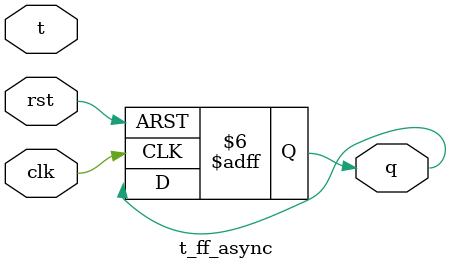
<source format=v>
module t_ff_async(
input t, clk, rst, 
output reg q);
always @(posedge clk or posedge rst)
begin
	if(rst)
	q=1'b0;
	else if(t)
	q=-q;
	else
	q=q;
end
endmodule

</source>
